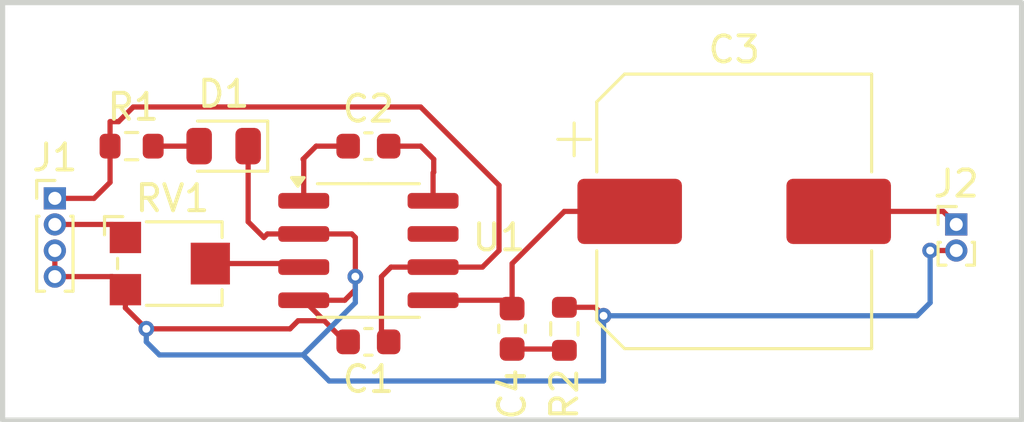
<source format=kicad_pcb>
(kicad_pcb (version 20240108) (generator "pcbnew") (generator_version "8.0")
  (layers (0 "F.Cu" signal) (31 "B.Cu" signal) (34 "B.Paste" user) (35 "F.Paste" user) (36 "B.SilkS" user "B.Silkscreen") (37 "F.SilkS" user "F.Silkscreen") (38 "B.Mask" user) (39 "F.Mask" user) (44 "Edge.Cuts" user))
  (net 0 "")
  (net 1 "GND")
  (net 2 "+9V")
  (net 3 "Net-(C2-Pad2)")
  (net 4 "Net-(C2-Pad1)")
  (net 5 "Net-(C3-Pad1)")
  (net 6 "Net-(J2-Pin_1)")
  (net 7 "Net-(C4-Pad1)")
  (net 8 "Net-(D1-A)")
  (net 9 "Net-(J1-Pin_2)")
  (net 10 "Net-(U1-+)")
  (footprint "Capacitor_SMD:CP_Elec_10x10" (layer "F.Cu") (at 136 84)
    (property "Reference" "C3" (at 0 -6.2 0) (layer "F.SilkS"))
    (property "Value" "270uF" (hide yes))
    (fp_line (start -6.75 -2.76) (end -5.5 -2.76) (stroke (width 0.12)) (layer "F.SilkS"))
    (fp_line (start -6.125 -3.385) (end -6.125 -2.135) (stroke (width 0.12)) (layer "F.SilkS"))
    (fp_line (start -5.26 -4.195563) (end -5.26 -1.51) (stroke (width 0.12)) (layer "F.SilkS"))
    (fp_line (start -5.26 -4.195563) (end -4.195563 -5.26) (stroke (width 0.12)) (layer "F.SilkS"))
    (fp_line (start -5.26 4.195563) (end -5.26 1.51) (stroke (width 0.12)) (layer "F.SilkS"))
    (fp_line (start -5.26 4.195563) (end -4.195563 5.26) (stroke (width 0.12)) (layer "F.SilkS"))
    (fp_line (start -4.195563 -5.26) (end 5.26 -5.26) (stroke (width 0.12)) (layer "F.SilkS"))
    (fp_line (start -4.195563 5.26) (end 5.26 5.26) (stroke (width 0.12)) (layer "F.SilkS"))
    (fp_line (start 5.26 -5.26) (end 5.26 -1.51) (stroke (width 0.12)) (layer "F.SilkS"))
    (fp_line (start 5.26 5.26) (end 5.26 1.51) (stroke (width 0.12)) (layer "F.SilkS"))
    (pad "1" smd roundrect (at -4 0) (size 4 2.5) (layers "F.Cu" "F.Paste" "F.Mask") (roundrect_rratio 0.1) (net 5 "Net-(C3-Pad1)"))
    (pad "2" smd roundrect (at 4 0) (size 4 2.5) (layers "F.Cu" "F.Paste" "F.Mask") (roundrect_rratio 0.1) (net 6 "Net-(J2-Pin_1)"))
  )
  (footprint "Capacitor_SMD:C_0603_1608Metric" (layer "F.Cu") (at 122 89 180)
    (property "Reference" "C1" (at 0 -1.43 180) (layer "F.SilkS"))
    (property "Value" "0.1uF" (hide yes))
    (fp_line (start -0.14058 0.51) (end 0.14058 0.51) (stroke (width 0.12)) (layer "F.SilkS"))
    (fp_line (start -0.14058 -0.51) (end 0.14058 -0.51) (stroke (width 0.12)) (layer "F.SilkS"))
    (pad "1" smd roundrect (at -0.775 0 180) (size 0.9 0.95) (layers "F.Cu" "F.Paste" "F.Mask") (net 2 "+9V"))
    (pad "2" smd roundrect (at 0.775 0 180) (size 0.9 0.95) (layers "F.Cu" "F.Paste" "F.Mask") (net 1 "GND"))
  )
  (footprint "Connector_PinHeader_1.00mm:PinHeader_1x04_P1.00mm_Vertical" (layer "F.Cu") (at 110 83.5)
    (property "Reference" "J1" (at 0 -1.56 0) (layer "F.SilkS"))
    (property "Value" "Conn_01x04" (hide yes))
    (fp_line (start -0.695 -0.685) (end 0 -0.685) (stroke (width 0.12)) (layer "F.SilkS"))
    (fp_line (start -0.695 0) (end -0.695 -0.685) (stroke (width 0.12)) (layer "F.SilkS"))
    (fp_line (start -0.695 0.685) (end -0.695 3.56) (stroke (width 0.12)) (layer "F.SilkS"))
    (fp_line (start -0.695 0.685) (end -0.608276 0.685) (stroke (width 0.12)) (layer "F.SilkS"))
    (fp_line (start -0.695 3.56) (end -0.394493 3.56) (stroke (width 0.12)) (layer "F.SilkS"))
    (fp_line (start 0.394493 3.56) (end 0.695 3.56) (stroke (width 0.12)) (layer "F.SilkS"))
    (fp_line (start 0.608276 0.685) (end 0.695 0.685) (stroke (width 0.12)) (layer "F.SilkS"))
    (fp_line (start 0.695 0.685) (end 0.695 3.56) (stroke (width 0.12)) (layer "F.SilkS"))
    (pad "1" thru_hole rect (at 0 0) (size 0.85 0.85) (drill 0.5) (layers "*.Cu" "*.Mask") (net 2 "+9V"))
    (pad "2" thru_hole oval (at 0 1) (size 0.85 0.85) (drill 0.5) (layers "*.Cu" "*.Mask") (net 9 "Net-(J1-Pin_2)"))
    (pad "3" thru_hole oval (at 0 2) (size 0.85 0.85) (drill 0.5) (layers "*.Cu" "*.Mask") (net 1 "GND"))
    (pad "4" thru_hole oval (at 0 3) (size 0.85 0.85) (drill 0.5) (layers "*.Cu" "*.Mask") (net 1 "GND"))
  )
  (footprint "Diode_SMD:D_0805_2012Metric" (layer "F.Cu") (at 116.46 81.5 180)
    (property "Reference" "D1" (at 0 2 180) (layer "F.SilkS"))
    (property "Value" "Green" (hide yes))
    (fp_line (start 1 -0.96) (end -1.685 -0.96) (stroke (width 0.12)) (layer "F.SilkS"))
    (fp_line (start -1.685 0.96) (end 1 0.96) (stroke (width 0.12)) (layer "F.SilkS"))
    (fp_line (start -1.685 -0.96) (end -1.685 0.96) (stroke (width 0.12)) (layer "F.SilkS"))
    (pad "1" smd roundrect (at -0.9375 0 180) (size 0.975 1.4) (layers "F.Cu" "F.Paste" "F.Mask") (net 1 "GND"))
    (pad "2" smd roundrect (at 0.9375 0 180) (size 0.975 1.4) (layers "F.Cu" "F.Paste" "F.Mask") (net 8 "Net-(D1-A)"))
  )
  (footprint "Potentiometer_SMD:Potentiometer_Bourns_TC33X_Vertical" (layer "F.Cu") (at 114.5 86)
    (property "Reference" "RV1" (at 0 -2.5 0) (layer "F.SilkS"))
    (property "Value" "10k" (hide yes))
    (fp_line (start -2.6 -1.8) (end -2.6 -1.1) (stroke (width 0.12)) (layer "F.SilkS"))
    (fp_line (start -2.1 -0.2) (end -2.1 0.2) (stroke (width 0.12)) (layer "F.SilkS"))
    (fp_line (start -1.9 -1.8) (end -2.6 -1.8) (stroke (width 0.12)) (layer "F.SilkS"))
    (fp_line (start -1 -1.6) (end 1.9 -1.6) (stroke (width 0.12)) (layer "F.SilkS"))
    (fp_line (start -1 1.6) (end 1.9 1.6) (stroke (width 0.12)) (layer "F.SilkS"))
    (fp_line (start 1.9 -1.6) (end 1.9 -1) (stroke (width 0.12)) (layer "F.SilkS"))
    (fp_line (start 1.9 1.6) (end 1.9 1) (stroke (width 0.12)) (layer "F.SilkS"))
    (pad "1" smd rect (at -1.8 -1) (size 1.2 1.2) (layers "F.Cu" "F.Paste" "F.Mask") (net 9 "Net-(J1-Pin_2)"))
    (pad "2" smd rect (at 1.45 0) (size 1.5 1.6) (layers "F.Cu" "F.Paste" "F.Mask") (net 10 "Net-(U1-+)"))
    (pad "3" smd rect (at -1.8 1) (size 1.2 1.2) (layers "F.Cu" "F.Paste" "F.Mask") (net 1 "GND"))
  )
  (footprint "Resistor_SMD:R_0603_1608Metric" (layer "F.Cu") (at 112.9375 81.5)
    (property "Reference" "R1" (at 0.0625 -1.5 0) (layer "F.SilkS"))
    (property "Value" "2.2k" (hide yes))
    (fp_line (start -0.237258 -0.5225) (end 0.237258 -0.5225) (stroke (width 0.12)) (layer "F.SilkS"))
    (fp_line (start -0.237258 0.5225) (end 0.237258 0.5225) (stroke (width 0.12)) (layer "F.SilkS"))
    (pad "1" smd roundrect (at -0.825 0) (size 0.8 0.95) (layers "F.Cu" "F.Paste" "F.Mask") (net 2 "+9V"))
    (pad "2" smd roundrect (at 0.825 0) (size 0.8 0.95) (layers "F.Cu" "F.Paste" "F.Mask") (net 8 "Net-(D1-A)"))
  )
  (footprint "Package_SO:SOIC-8_3.9x4.9mm_P1.27mm" (layer "F.Cu") (at 122 85.5)
    (property "Reference" "U1" (at 5 -0.5 0) (layer "F.SilkS"))
    (property "Value" "LM386" (hide yes))
    (fp_line (start 0 -2.56) (end -1.95 -2.56) (stroke (width 0.12)) (layer "F.SilkS"))
    (fp_line (start 0 -2.56) (end 1.95 -2.56) (stroke (width 0.12)) (layer "F.SilkS"))
    (fp_line (start 0 2.56) (end -1.95 2.56) (stroke (width 0.12)) (layer "F.SilkS"))
    (fp_line (start 0 2.56) (end 1.95 2.56) (stroke (width 0.12)) (layer "F.SilkS"))
    (fp_poly (pts (xy -2.7 -2.465) (xy -2.94 -2.795) (xy -2.46 -2.795) (xy -2.7 -2.465)) (stroke (width 0.12)) (fill solid) (layer "F.SilkS"))
    (pad "1" smd roundrect (at -2.475 -1.905) (size 1.95 0.6) (layers "F.Cu" "F.Paste" "F.Mask") (net 4 "Net-(C2-Pad1)"))
    (pad "2" smd roundrect (at -2.475 -0.635) (size 1.95 0.6) (layers "F.Cu" "F.Paste" "F.Mask") (net 1 "GND"))
    (pad "3" smd roundrect (at -2.475 0.635) (size 1.95 0.6) (layers "F.Cu" "F.Paste" "F.Mask") (net 10 "Net-(U1-+)"))
    (pad "4" smd roundrect (at -2.475 1.905) (size 1.95 0.6) (layers "F.Cu" "F.Paste" "F.Mask") (net 1 "GND"))
    (pad "5" smd roundrect (at 2.475 1.905) (size 1.95 0.6) (layers "F.Cu" "F.Paste" "F.Mask") (net 5 "Net-(C3-Pad1)"))
    (pad "6" smd roundrect (at 2.475 0.635) (size 1.95 0.6) (layers "F.Cu" "F.Paste" "F.Mask") (net 2 "+9V"))
    (pad "7" smd roundrect (at 2.475 -0.635) (size 1.95 0.6) (layers "F.Cu" "F.Paste" "F.Mask"))
    (pad "8" smd roundrect (at 2.475 -1.905) (size 1.95 0.6) (layers "F.Cu" "F.Paste" "F.Mask") (net 3 "Net-(C2-Pad2)"))
  )
  (footprint "Connector_PinHeader_1.00mm:PinHeader_1x02_P1.00mm_Vertical" (layer "F.Cu") (at 144.5 84.5)
    (property "Reference" "J2" (at 0 -1.56 0) (layer "F.SilkS"))
    (property "Value" "Conn_01x02" (hide yes))
    (fp_line (start -0.695 -0.685) (end 0 -0.685) (stroke (width 0.12)) (layer "F.SilkS"))
    (fp_line (start -0.695 0) (end -0.695 -0.685) (stroke (width 0.12)) (layer "F.SilkS"))
    (fp_line (start -0.695 0.685) (end -0.695 1.56) (stroke (width 0.12)) (layer "F.SilkS"))
    (fp_line (start -0.695 0.685) (end -0.608276 0.685) (stroke (width 0.12)) (layer "F.SilkS"))
    (fp_line (start -0.695 1.56) (end -0.394493 1.56) (stroke (width 0.12)) (layer "F.SilkS"))
    (fp_line (start 0.394493 1.56) (end 0.695 1.56) (stroke (width 0.12)) (layer "F.SilkS"))
    (fp_line (start 0.608276 0.685) (end 0.695 0.685) (stroke (width 0.12)) (layer "F.SilkS"))
    (fp_line (start 0.695 0.685) (end 0.695 1.56) (stroke (width 0.12)) (layer "F.SilkS"))
    (pad "1" thru_hole rect (at 0 0) (size 0.85 0.85) (drill 0.5) (layers "*.Cu" "*.Mask") (net 6 "Net-(J2-Pin_1)"))
    (pad "2" thru_hole oval (at 0 1) (size 0.85 0.85) (drill 0.5) (layers "*.Cu" "*.Mask") (net 1 "GND"))
  )
  (footprint "Capacitor_SMD:C_0603_1608Metric" (layer "F.Cu") (at 127.5 88.5 90)
    (property "Reference" "C4" (at -2.5 0 270) (layer "F.SilkS"))
    (property "Value" "47nF" (hide yes))
    (fp_line (start -0.14058 -0.51) (end 0.14058 -0.51) (stroke (width 0.12)) (layer "F.SilkS"))
    (fp_line (start -0.14058 0.51) (end 0.14058 0.51) (stroke (width 0.12)) (layer "F.SilkS"))
    (pad "1" smd roundrect (at -0.775 0 90) (size 0.9 0.95) (layers "F.Cu" "F.Paste" "F.Mask") (net 7 "Net-(C4-Pad1)"))
    (pad "2" smd roundrect (at 0.775 0 90) (size 0.9 0.95) (layers "F.Cu" "F.Paste" "F.Mask") (net 5 "Net-(C3-Pad1)"))
  )
  (footprint "Capacitor_SMD:C_0603_1608Metric" (layer "F.Cu") (at 122 81.5)
    (property "Reference" "C2" (at 0 -1.43 0) (layer "F.SilkS"))
    (property "Value" "10uF" (hide yes))
    (fp_line (start -0.14058 -0.51) (end 0.14058 -0.51) (stroke (width 0.12)) (layer "F.SilkS"))
    (fp_line (start -0.14058 0.51) (end 0.14058 0.51) (stroke (width 0.12)) (layer "F.SilkS"))
    (pad "1" smd roundrect (at -0.775 0) (size 0.9 0.95) (layers "F.Cu" "F.Paste" "F.Mask") (net 4 "Net-(C2-Pad1)"))
    (pad "2" smd roundrect (at 0.775 0) (size 0.9 0.95) (layers "F.Cu" "F.Paste" "F.Mask") (net 3 "Net-(C2-Pad2)"))
  )
  (footprint "Resistor_SMD:R_0603_1608Metric" (layer "F.Cu") (at 129.5 88.5 90)
    (property "Reference" "R2" (at -2.5 0 270) (layer "F.SilkS"))
    (property "Value" "10" (hide yes))
    (fp_line (start -0.237258 -0.5225) (end 0.237258 -0.5225) (stroke (width 0.12)) (layer "F.SilkS"))
    (fp_line (start -0.237258 0.5225) (end 0.237258 0.5225) (stroke (width 0.12)) (layer "F.SilkS"))
    (pad "1" smd roundrect (at -0.825 0 90) (size 0.8 0.95) (layers "F.Cu" "F.Paste" "F.Mask") (net 7 "Net-(C4-Pad1)"))
    (pad "2" smd roundrect (at 0.825 0 90) (size 0.8 0.95) (layers "F.Cu" "F.Paste" "F.Mask") (net 1 "GND"))
  )
  (gr_rect (start 108 76) (end 147 92) (stroke (width 0.2)) (fill none) (layer "Edge.Cuts"))
  (segment (start 118 85) (end 118.135 84.865) (width 0.2) (layer "F.Cu") (net 1))
  (segment (start 130.675 87.675) (end 131 88) (width 0.2) (layer "F.Cu") (net 1))
  (segment (start 144.5 85.5) (end 143.5 85.5) (width 0.2) (layer "F.Cu") (net 1))
  (segment (start 119.525 87.405) (end 120.31 88.19) (width 0.2) (layer "F.Cu") (net 1))
  (segment (start 121.365 84.865) (end 121.5 85) (width 0.2) (layer "F.Cu") (net 1))
  (segment (start 113.5 88.5) (end 119 88.5) (width 0.2) (layer "F.Cu") (net 1))
  (segment (start 119.31 88.19) (end 120.31 88.19) (width 0.2) (layer "F.Cu") (net 1))
  (segment (start 112.7 87) (end 112.7 87.7) (width 0.2) (layer "F.Cu") (net 1))
  (segment (start 121.12 89) (end 121.225 89) (width 0.2) (layer "F.Cu") (net 1))
  (segment (start 119 88.5) (end 119.31 88.19) (width 0.2) (layer "F.Cu") (net 1))
  (segment (start 121.5 86.5) (end 121.5 87) (width 0.2) (layer "F.Cu") (net 1))
  (segment (start 129.5 87.675) (end 130.675 87.675) (width 0.2) (layer "F.Cu") (net 1))
  (segment (start 117.3975 84.3975) (end 118 85) (width 0.2) (layer "F.Cu") (net 1))
  (segment (start 110 86.5) (end 112.2 86.5) (width 0.2) (layer "F.Cu") (net 1))
  (segment (start 112.7 87.7) (end 113.5 88.5) (width 0.2) (layer "F.Cu") (net 1))
  (segment (start 121.5 85) (end 121.5 86.5) (width 0.2) (layer "F.Cu") (net 1))
  (segment (start 118.135 84.865) (end 119.525 84.865) (width 0.2) (layer "F.Cu") (net 1))
  (segment (start 121.095 87.405) (end 119.525 87.405) (width 0.2) (layer "F.Cu") (net 1))
  (segment (start 117.3975 81.5) (end 117.3975 84.3975) (width 0.2) (layer "F.Cu") (net 1))
  (segment (start 110 85.5) (end 110 86.5) (width 0.2) (layer "F.Cu") (net 1))
  (segment (start 121.5 87) (end 121.095 87.405) (width 0.2) (layer "F.Cu") (net 1))
  (segment (start 120.31 88.19) (end 121.12 89) (width 0.2) (layer "F.Cu") (net 1))
  (segment (start 112.2 86.5) (end 112.7 87) (width 0.2) (layer "F.Cu") (net 1))
  (segment (start 119.525 84.865) (end 121.365 84.865) (width 0.2) (layer "F.Cu") (net 1))
  (via (at 121.5 86.5) (size 0.6) (drill 0.3) (layers "F.Cu" "B.Cu") (net 1))
  (via (at 113.5 88.5) (size 0.6) (drill 0.3) (layers "F.Cu" "B.Cu") (net 1))
  (via (at 143.5 85.5) (size 0.6) (drill 0.3) (layers "F.Cu" "B.Cu") (net 1))
  (via (at 131 88) (size 0.6) (drill 0.3) (layers "F.Cu" "B.Cu") (net 1))
  (segment (start 131 88) (end 143 88) (width 0.2) (layer "B.Cu") (net 1))
  (segment (start 143 88) (end 143.5 87.5) (width 0.2) (layer "B.Cu") (net 1))
  (segment (start 121.5 87.5) (end 119.5 89.5) (width 0.2) (layer "B.Cu") (net 1))
  (segment (start 113.5 89) (end 114 89.5) (width 0.2) (layer "B.Cu") (net 1))
  (segment (start 121.5 86.5) (end 121.5 87.5) (width 0.2) (layer "B.Cu") (net 1))
  (segment (start 119.5 89.5) (end 114 89.5) (width 0.2) (layer "B.Cu") (net 1))
  (segment (start 119.5 89.5) (end 120.5 90.5) (width 0.2) (layer "B.Cu") (net 1))
  (segment (start 113.5 88.5) (end 113.5 89) (width 0.2) (layer "B.Cu") (net 1))
  (segment (start 143.5 87.5) (end 143.5 85.5) (width 0.2) (layer "B.Cu") (net 1))
  (segment (start 120.5 90.5) (end 131 90.5) (width 0.2) (layer "B.Cu") (net 1))
  (segment (start 131 90.5) (end 131 88) (width 0.2) (layer "B.Cu") (net 1))
  (segment (start 122.5 86.5) (end 122.5 88.725) (width 0.2) (layer "F.Cu") (net 2))
  (segment (start 127 83) (end 124 80) (width 0.2) (layer "F.Cu") (net 2))
  (segment (start 122.865 86.135) (end 122.5 86.5) (width 0.2) (layer "F.Cu") (net 2))
  (segment (start 111.5 83.5) (end 112.1125 82.8875) (width 0.2) (layer "F.Cu") (net 2))
  (segment (start 113 80) (end 112.4375 80.5625) (width 0.2) (layer "F.Cu") (net 2))
  (segment (start 112.4375 80.5625) (end 112.1125 80.5625) (width 0.2) (layer "F.Cu") (net 2))
  (segment (start 122.5 88.725) (end 122.775 89) (width 0.2) (layer "F.Cu") (net 2))
  (segment (start 127 85.5) (end 127 83) (width 0.2) (layer "F.Cu") (net 2))
  (segment (start 112.1125 82.8875) (end 112.1125 81.5) (width 0.2) (layer "F.Cu") (net 2))
  (segment (start 126.365 86.135) (end 127 85.5) (width 0.2) (layer "F.Cu") (net 2))
  (segment (start 110 83.5) (end 111.5 83.5) (width 0.2) (layer "F.Cu") (net 2))
  (segment (start 112.1125 81.5) (end 112.1125 80.5625) (width 0.2) (layer "F.Cu") (net 2))
  (segment (start 124 80) (end 113 80) (width 0.2) (layer "F.Cu") (net 2))
  (segment (start 124.475 86.135) (end 126.365 86.135) (width 0.2) (layer "F.Cu") (net 2))
  (segment (start 124.475 86.135) (end 122.865 86.135) (width 0.2) (layer "F.Cu") (net 2))
  (segment (start 124.5 82.5) (end 124.475 82.525) (width 0.2) (layer "F.Cu") (net 3))
  (segment (start 124.475 82.525) (end 124.475 83.595) (width 0.2) (layer "F.Cu") (net 3))
  (segment (start 122.775 81.5) (end 124 81.5) (width 0.2) (layer "F.Cu") (net 3))
  (segment (start 124.5 82) (end 124.5 82.5) (width 0.2) (layer "F.Cu") (net 3))
  (segment (start 124 81.5) (end 124.5 82) (width 0.2) (layer "F.Cu") (net 3))
  (segment (start 119.5 82) (end 120 81.5) (width 0.2) (layer "F.Cu") (net 4))
  (segment (start 119.525 82.025) (end 119.5 82) (width 0.2) (layer "F.Cu") (net 4))
  (segment (start 119.525 83.595) (end 119.525 82.025) (width 0.2) (layer "F.Cu") (net 4))
  (segment (start 120 81.5) (end 121.225 81.5) (width 0.2) (layer "F.Cu") (net 4))
  (segment (start 129.5 84) (end 132 84) (width 0.2) (layer "F.Cu") (net 5))
  (segment (start 127.5 87.725) (end 127.5 86) (width 0.2) (layer "F.Cu") (net 5))
  (segment (start 127.5 86) (end 129.5 84) (width 0.2) (layer "F.Cu") (net 5))
  (segment (start 127.18 87.405) (end 127.5 87.725) (width 0.2) (layer "F.Cu") (net 5))
  (segment (start 124.475 87.405) (end 127.18 87.405) (width 0.2) (layer "F.Cu") (net 5))
  (segment (start 144 84) (end 144.5 84.5) (width 0.2) (layer "F.Cu") (net 6))
  (segment (start 140 84) (end 144 84) (width 0.2) (layer "F.Cu") (net 6))
  (segment (start 127.5 89.275) (end 129.45 89.275) (width 0.2) (layer "F.Cu") (net 7))
  (segment (start 129.45 89.275) (end 129.5 89.325) (width 0.2) (layer "F.Cu") (net 7))
  (segment (start 113.7625 81.5) (end 115.5225 81.5) (width 0.2) (layer "F.Cu") (net 8))
  (segment (start 112.2 84.5) (end 110 84.5) (width 0.2) (layer "F.Cu") (net 9))
  (segment (start 112.7 85) (end 112.2 84.5) (width 0.2) (layer "F.Cu") (net 9))
  (segment (start 115.95 86) (end 119.39 86) (width 0.2) (layer "F.Cu") (net 10))
  (segment (start 119.39 86) (end 119.525 86.135) (width 0.2) (layer "F.Cu") (net 10))
)
</source>
